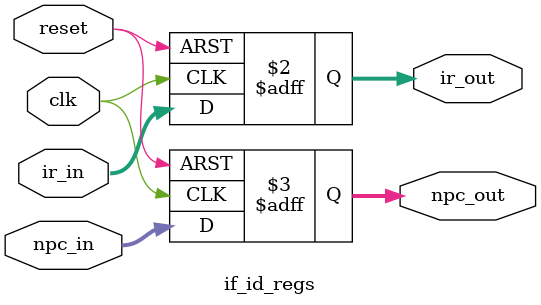
<source format=v>
/*
IF/ID Pipeline Register

*/


module if_id_regs (
	input clk,reset,
	input [31:0] ir_in,
	input [31:0] npc_in,
	output reg [31:0] ir_out,
	output reg [31:0] npc_out);


	always@(posedge clk or posedge reset) begin
		if (reset) begin
			ir_out <= 'd0;
			npc_out <= 'd0;

		end else begin
			ir_out <= ir_in;
			npc_out <= npc_in;

		end

	end

endmodule

</source>
